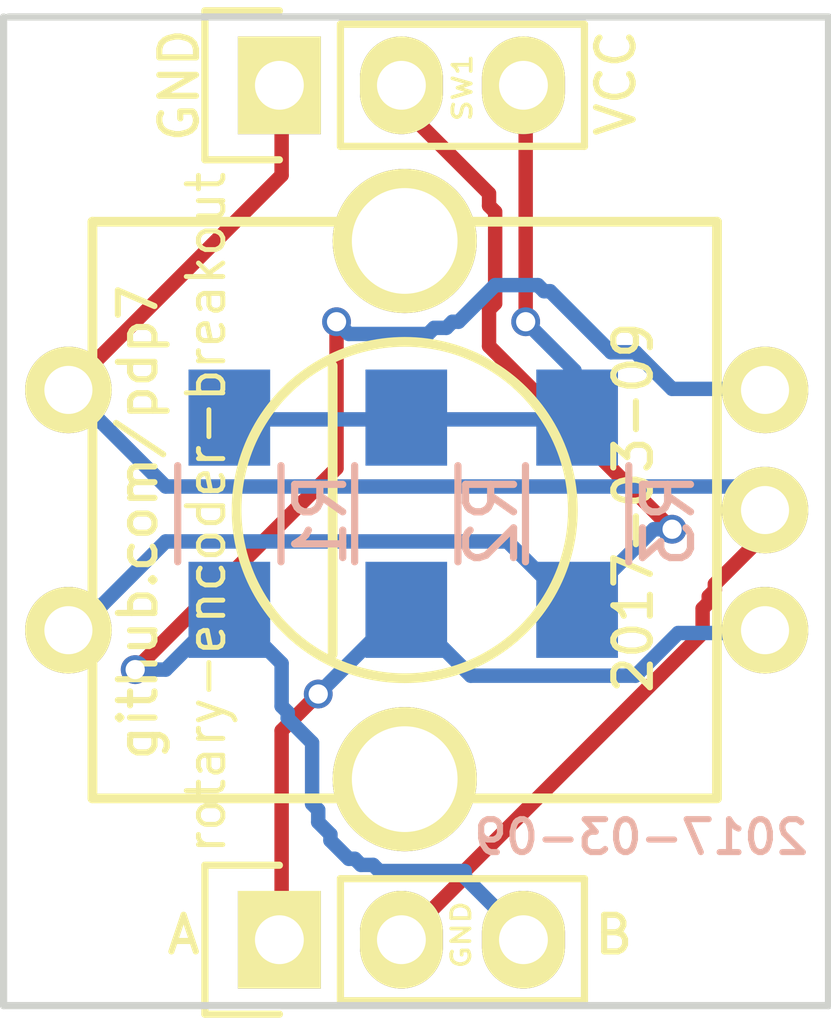
<source format=kicad_pcb>
(kicad_pcb (version 4) (host pcbnew 4.0.4-1.fc25-product)

  (general
    (links 12)
    (no_connects 0)
    (area 141.478 79.121 160.655 107.061)
    (thickness 1.6)
    (drawings 14)
    (tracks 106)
    (zones 0)
    (modules 6)
    (nets 6)
  )

  (page A4)
  (layers
    (0 F.Cu signal)
    (31 B.Cu signal)
    (32 B.Adhes user hide)
    (33 F.Adhes user hide)
    (34 B.Paste user hide)
    (35 F.Paste user hide)
    (36 B.SilkS user)
    (37 F.SilkS user)
    (38 B.Mask user)
    (39 F.Mask user)
    (40 Dwgs.User user hide)
    (41 Cmts.User user hide)
    (42 Eco1.User user hide)
    (43 Eco2.User user hide)
    (44 Edge.Cuts user)
    (45 Margin user hide)
    (46 B.CrtYd user hide)
    (47 F.CrtYd user hide)
    (48 B.Fab user hide)
    (49 F.Fab user hide)
  )

  (setup
    (last_trace_width 0.3)
    (trace_clearance 0.2)
    (zone_clearance 0.508)
    (zone_45_only no)
    (trace_min 0.2032)
    (segment_width 0.2)
    (edge_width 0.15)
    (via_size 0.6)
    (via_drill 0.4)
    (via_min_size 0.381)
    (via_min_drill 0.2794)
    (uvia_size 0.3)
    (uvia_drill 0.1)
    (uvias_allowed no)
    (uvia_min_size 0)
    (uvia_min_drill 0)
    (pcb_text_width 0.3)
    (pcb_text_size 1.5 1.5)
    (mod_edge_width 0.15)
    (mod_text_size 1 1)
    (mod_text_width 0.15)
    (pad_size 1.524 1.524)
    (pad_drill 0.762)
    (pad_to_mask_clearance 0.2)
    (aux_axis_origin 0 0)
    (grid_origin 186.11 112.58)
    (visible_elements FFFEFF7F)
    (pcbplotparams
      (layerselection 0x00030_80000001)
      (usegerberextensions false)
      (excludeedgelayer true)
      (linewidth 0.100000)
      (plotframeref false)
      (viasonmask false)
      (mode 1)
      (useauxorigin false)
      (hpglpennumber 1)
      (hpglpenspeed 20)
      (hpglpendiameter 15)
      (hpglpenoverlay 2)
      (psnegative false)
      (psa4output false)
      (plotreference true)
      (plotvalue true)
      (plotinvisibletext false)
      (padsonsilk false)
      (subtractmaskfromsilk false)
      (outputformat 1)
      (mirror false)
      (drillshape 1)
      (scaleselection 1)
      (outputdirectory ""))
  )

  (net 0 "")
  (net 1 "Net-(P5-Pad1)")
  (net 2 "Net-(P5-Pad3)")
  (net 3 "Net-(P1-Pad1)")
  (net 4 "Net-(P1-Pad2)")
  (net 5 /VCC)

  (net_class Default "This is the default net class."
    (clearance 0.2)
    (trace_width 0.3)
    (via_dia 0.6)
    (via_drill 0.4)
    (uvia_dia 0.3)
    (uvia_drill 0.1)
    (add_net /VCC)
    (add_net "Net-(P1-Pad1)")
    (add_net "Net-(P1-Pad2)")
    (add_net "Net-(P5-Pad1)")
    (add_net "Net-(P5-Pad3)")
  )

  (module Pin_Headers:Pin_Header_Straight_1x03 (layer F.Cu) (tedit 58C2088E) (tstamp 58C20635)
    (at 147.6544 84.2336 90)
    (descr "Through hole pin header")
    (tags "pin header")
    (path /58C20594)
    (fp_text reference P1 (at 0 -5.1 90) (layer F.SilkS) hide
      (effects (font (size 1 1) (thickness 0.15)))
    )
    (fp_text value CONN_01X03 (at 0 -3.1 90) (layer F.Fab)
      (effects (font (size 1 1) (thickness 0.15)))
    )
    (fp_line (start -1.75 -1.75) (end -1.75 6.85) (layer F.CrtYd) (width 0.05))
    (fp_line (start 1.75 -1.75) (end 1.75 6.85) (layer F.CrtYd) (width 0.05))
    (fp_line (start -1.75 -1.75) (end 1.75 -1.75) (layer F.CrtYd) (width 0.05))
    (fp_line (start -1.75 6.85) (end 1.75 6.85) (layer F.CrtYd) (width 0.05))
    (fp_line (start -1.27 1.27) (end -1.27 6.35) (layer F.SilkS) (width 0.15))
    (fp_line (start -1.27 6.35) (end 1.27 6.35) (layer F.SilkS) (width 0.15))
    (fp_line (start 1.27 6.35) (end 1.27 1.27) (layer F.SilkS) (width 0.15))
    (fp_line (start 1.55 -1.55) (end 1.55 0) (layer F.SilkS) (width 0.15))
    (fp_line (start 1.27 1.27) (end -1.27 1.27) (layer F.SilkS) (width 0.15))
    (fp_line (start -1.55 0) (end -1.55 -1.55) (layer F.SilkS) (width 0.15))
    (fp_line (start -1.55 -1.55) (end 1.55 -1.55) (layer F.SilkS) (width 0.15))
    (pad 1 thru_hole rect (at 0 0 90) (size 2.032 1.7272) (drill 1.016) (layers *.Cu *.Mask F.SilkS)
      (net 3 "Net-(P1-Pad1)"))
    (pad 2 thru_hole oval (at 0 2.54 90) (size 2.032 1.7272) (drill 1.016) (layers *.Cu *.Mask F.SilkS)
      (net 4 "Net-(P1-Pad2)"))
    (pad 3 thru_hole oval (at 0 5.08 90) (size 2.032 1.7272) (drill 1.016) (layers *.Cu *.Mask F.SilkS)
      (net 5 /VCC))
    (model Pin_Headers.3dshapes/Pin_Header_Straight_1x03.wrl
      (at (xyz 0 -0.1 0))
      (scale (xyz 1 1 1))
      (rotate (xyz 0 0 90))
    )
  )

  (module Pin_Headers:Pin_Header_Straight_1x03 (layer F.Cu) (tedit 58C20896) (tstamp 58C2063C)
    (at 147.6544 102.0136 90)
    (descr "Through hole pin header")
    (tags "pin header")
    (path /587E787E)
    (fp_text reference P5 (at 0 -5.1 90) (layer F.SilkS) hide
      (effects (font (size 1 1) (thickness 0.15)))
    )
    (fp_text value CONN_01X03 (at 0 -3.1 90) (layer F.Fab)
      (effects (font (size 1 1) (thickness 0.15)))
    )
    (fp_line (start -1.75 -1.75) (end -1.75 6.85) (layer F.CrtYd) (width 0.05))
    (fp_line (start 1.75 -1.75) (end 1.75 6.85) (layer F.CrtYd) (width 0.05))
    (fp_line (start -1.75 -1.75) (end 1.75 -1.75) (layer F.CrtYd) (width 0.05))
    (fp_line (start -1.75 6.85) (end 1.75 6.85) (layer F.CrtYd) (width 0.05))
    (fp_line (start -1.27 1.27) (end -1.27 6.35) (layer F.SilkS) (width 0.15))
    (fp_line (start -1.27 6.35) (end 1.27 6.35) (layer F.SilkS) (width 0.15))
    (fp_line (start 1.27 6.35) (end 1.27 1.27) (layer F.SilkS) (width 0.15))
    (fp_line (start 1.55 -1.55) (end 1.55 0) (layer F.SilkS) (width 0.15))
    (fp_line (start 1.27 1.27) (end -1.27 1.27) (layer F.SilkS) (width 0.15))
    (fp_line (start -1.55 0) (end -1.55 -1.55) (layer F.SilkS) (width 0.15))
    (fp_line (start -1.55 -1.55) (end 1.55 -1.55) (layer F.SilkS) (width 0.15))
    (pad 1 thru_hole rect (at 0 0 90) (size 2.032 1.7272) (drill 1.016) (layers *.Cu *.Mask F.SilkS)
      (net 1 "Net-(P5-Pad1)"))
    (pad 2 thru_hole oval (at 0 2.54 90) (size 2.032 1.7272) (drill 1.016) (layers *.Cu *.Mask F.SilkS)
      (net 3 "Net-(P1-Pad1)"))
    (pad 3 thru_hole oval (at 0 5.08 90) (size 2.032 1.7272) (drill 1.016) (layers *.Cu *.Mask F.SilkS)
      (net 2 "Net-(P5-Pad3)"))
    (model Pin_Headers.3dshapes/Pin_Header_Straight_1x03.wrl
      (at (xyz 0 -0.1 0))
      (scale (xyz 1 1 1))
      (rotate (xyz 0 0 90))
    )
  )

  (module Resistors_SMD:R_1206_HandSoldering (layer B.Cu) (tedit 58C20A6E) (tstamp 58C20642)
    (at 146.613 93.149 90)
    (descr "Resistor SMD 1206, hand soldering")
    (tags "resistor 1206")
    (path /58C20278)
    (attr smd)
    (fp_text reference R1 (at -0.127 1.905 90) (layer B.SilkS)
      (effects (font (size 1 1) (thickness 0.15)) (justify mirror))
    )
    (fp_text value R (at 0 -2.3 90) (layer B.Fab)
      (effects (font (size 1 1) (thickness 0.15)) (justify mirror))
    )
    (fp_line (start -3.3 1.2) (end 3.3 1.2) (layer B.CrtYd) (width 0.05))
    (fp_line (start -3.3 -1.2) (end 3.3 -1.2) (layer B.CrtYd) (width 0.05))
    (fp_line (start -3.3 1.2) (end -3.3 -1.2) (layer B.CrtYd) (width 0.05))
    (fp_line (start 3.3 1.2) (end 3.3 -1.2) (layer B.CrtYd) (width 0.05))
    (fp_line (start 1 -1.075) (end -1 -1.075) (layer B.SilkS) (width 0.15))
    (fp_line (start -1 1.075) (end 1 1.075) (layer B.SilkS) (width 0.15))
    (pad 1 smd rect (at -2 0 90) (size 2 1.7) (layers B.Cu B.Paste B.Mask)
      (net 2 "Net-(P5-Pad3)"))
    (pad 2 smd rect (at 2 0 90) (size 2 1.7) (layers B.Cu B.Paste B.Mask)
      (net 5 /VCC))
    (model Resistors_SMD.3dshapes/R_1206_HandSoldering.wrl
      (at (xyz 0 0 0))
      (scale (xyz 1 1 1))
      (rotate (xyz 0 0 0))
    )
  )

  (module Resistors_SMD:R_1206_HandSoldering (layer B.Cu) (tedit 58C20A7C) (tstamp 58C20648)
    (at 150.296 93.149 90)
    (descr "Resistor SMD 1206, hand soldering")
    (tags "resistor 1206")
    (path /58C203BF)
    (attr smd)
    (fp_text reference R2 (at -0.127 1.778 90) (layer B.SilkS)
      (effects (font (size 1 1) (thickness 0.15)) (justify mirror))
    )
    (fp_text value R (at 0 -2.3 90) (layer B.Fab)
      (effects (font (size 1 1) (thickness 0.15)) (justify mirror))
    )
    (fp_line (start -3.3 1.2) (end 3.3 1.2) (layer B.CrtYd) (width 0.05))
    (fp_line (start -3.3 -1.2) (end 3.3 -1.2) (layer B.CrtYd) (width 0.05))
    (fp_line (start -3.3 1.2) (end -3.3 -1.2) (layer B.CrtYd) (width 0.05))
    (fp_line (start 3.3 1.2) (end 3.3 -1.2) (layer B.CrtYd) (width 0.05))
    (fp_line (start 1 -1.075) (end -1 -1.075) (layer B.SilkS) (width 0.15))
    (fp_line (start -1 1.075) (end 1 1.075) (layer B.SilkS) (width 0.15))
    (pad 1 smd rect (at -2 0 90) (size 2 1.7) (layers B.Cu B.Paste B.Mask)
      (net 1 "Net-(P5-Pad1)"))
    (pad 2 smd rect (at 2 0 90) (size 2 1.7) (layers B.Cu B.Paste B.Mask)
      (net 5 /VCC))
    (model Resistors_SMD.3dshapes/R_1206_HandSoldering.wrl
      (at (xyz 0 0 0))
      (scale (xyz 1 1 1))
      (rotate (xyz 0 0 0))
    )
  )

  (module Resistors_SMD:R_1206_HandSoldering (layer B.Cu) (tedit 58C20A8C) (tstamp 58C2064E)
    (at 153.852 93.149 90)
    (descr "Resistor SMD 1206, hand soldering")
    (tags "resistor 1206")
    (path /58C207B9)
    (attr smd)
    (fp_text reference R3 (at -0.127 1.905 90) (layer B.SilkS)
      (effects (font (size 1 1) (thickness 0.15)) (justify mirror))
    )
    (fp_text value R (at 0 -2.3 90) (layer B.Fab)
      (effects (font (size 1 1) (thickness 0.15)) (justify mirror))
    )
    (fp_line (start -3.3 1.2) (end 3.3 1.2) (layer B.CrtYd) (width 0.05))
    (fp_line (start -3.3 -1.2) (end 3.3 -1.2) (layer B.CrtYd) (width 0.05))
    (fp_line (start -3.3 1.2) (end -3.3 -1.2) (layer B.CrtYd) (width 0.05))
    (fp_line (start 3.3 1.2) (end 3.3 -1.2) (layer B.CrtYd) (width 0.05))
    (fp_line (start 1 -1.075) (end -1 -1.075) (layer B.SilkS) (width 0.15))
    (fp_line (start -1 1.075) (end 1 1.075) (layer B.SilkS) (width 0.15))
    (pad 1 smd rect (at -2 0 90) (size 2 1.7) (layers B.Cu B.Paste B.Mask)
      (net 4 "Net-(P1-Pad2)"))
    (pad 2 smd rect (at 2 0 90) (size 2 1.7) (layers B.Cu B.Paste B.Mask)
      (net 5 /VCC))
    (model Resistors_SMD.3dshapes/R_1206_HandSoldering.wrl
      (at (xyz 0 0 0))
      (scale (xyz 1 1 1))
      (rotate (xyz 0 0 0))
    )
  )

  (module sparkfun:SF-ROTARY-ENCODER (layer F.Cu) (tedit 58C20886) (tstamp 58C20659)
    (at 150.26302 93.07274 90)
    (path /589178C2)
    (fp_text reference ROT1 (at 0 9.5 90) (layer F.SilkS) hide
      (effects (font (size 0.762 0.762) (thickness 0.1524)))
    )
    (fp_text value ROTARY-ENCODER (at 0 0 90) (layer F.SilkS) hide
      (effects (font (size 0.762 0.762) (thickness 0.1524)))
    )
    (fp_line (start 3 -1.5) (end -3 -1.5) (layer F.SilkS) (width 0.2032))
    (fp_circle (center 0 0) (end 3.5 0) (layer F.SilkS) (width 0.2032))
    (fp_line (start 6 6.5) (end -6 6.5) (layer F.SilkS) (width 0.2032))
    (fp_line (start -6 6.5) (end -6 -6.5) (layer F.SilkS) (width 0.2032))
    (fp_line (start -6 -6.5) (end 6 -6.5) (layer F.SilkS) (width 0.2032))
    (fp_line (start 6 -6.5) (end 6 6.5) (layer F.SilkS) (width 0.2032))
    (pad 1 thru_hole circle (at -2.5 -7 90) (size 1.8 1.8) (drill 1) (layers *.Cu *.Mask F.SilkS)
      (net 4 "Net-(P1-Pad2)"))
    (pad 2 thru_hole circle (at -2.5 7.5 90) (size 1.8 1.8) (drill 1) (layers *.Cu *.Mask F.SilkS)
      (net 1 "Net-(P5-Pad1)"))
    (pad 3 thru_hole circle (at 0 7.5 90) (size 1.8 1.8) (drill 1) (layers *.Cu *.Mask F.SilkS)
      (net 3 "Net-(P1-Pad1)"))
    (pad 4 thru_hole circle (at 2.5 7.5 90) (size 1.8 1.8) (drill 1) (layers *.Cu *.Mask F.SilkS)
      (net 2 "Net-(P5-Pad3)"))
    (pad 5 thru_hole circle (at 2.5 -7 90) (size 1.8 1.8) (drill 1) (layers *.Cu *.Mask F.SilkS)
      (net 3 "Net-(P1-Pad1)"))
    (pad "" thru_hole circle (at 5.6 0 90) (size 3 3) (drill 2.2) (layers *.Cu *.Mask F.SilkS))
    (pad "" thru_hole circle (at -5.6 0 90) (size 3 3) (drill 2.2) (layers *.Cu *.Mask F.SilkS))
  )

  (gr_text "2017-03-09\n" (at 155.0204 93.022 90) (layer F.SilkS)
    (effects (font (size 0.762 0.762) (thickness 0.127)))
  )
  (gr_text "SW1\n" (at 151.4644 84.2844 90) (layer F.SilkS)
    (effects (font (size 0.381 0.4572) (thickness 0.0762)))
  )
  (gr_text "VCC\n\n" (at 155.2744 84.1828 90) (layer F.SilkS)
    (effects (font (size 0.762 0.762) (thickness 0.127)))
  )
  (gr_text "GND\n" (at 145.5716 84.2336 90) (layer F.SilkS)
    (effects (font (size 0.762 0.762) (thickness 0.127)))
  )
  (gr_line (start 141.914 103.3852) (end 141.914 82.8112) (angle 90) (layer Edge.Cuts) (width 0.15))
  (gr_line (start 159.0844 103.3852) (end 141.914 103.3852) (angle 90) (layer Edge.Cuts) (width 0.15))
  (gr_line (start 159.0844 82.8112) (end 159.0844 103.3852) (angle 90) (layer Edge.Cuts) (width 0.15))
  (gr_line (start 142.0156 82.8112) (end 159.0844 82.8112) (angle 90) (layer Edge.Cuts) (width 0.15))
  (gr_text "2017-03-09\n" (at 155.1855 99.88) (layer B.SilkS)
    (effects (font (size 0.6858 0.6858) (thickness 0.127)) (justify mirror))
  )
  (gr_text "github.com/pdp7\n" (at 144.708 93.3268 90) (layer F.SilkS)
    (effects (font (size 0.762 0.762) (thickness 0.127)))
  )
  (gr_text GND (at 151.439 101.912 90) (layer F.SilkS)
    (effects (font (size 0.381 0.4572) (thickness 0.0762)))
  )
  (gr_text B (at 154.614 101.912) (layer F.SilkS) (tstamp 58917CC2)
    (effects (font (size 0.762 0.762) (thickness 0.127)))
  )
  (gr_text "A\n" (at 145.6605 101.912) (layer F.SilkS)
    (effects (font (size 0.762 0.762) (thickness 0.127)))
  )
  (gr_text rotary-encoder-breakout (at 146.1304 93.1236 90) (layer F.SilkS)
    (effects (font (size 0.762 0.7366) (thickness 0.1016)))
  )

  (segment (start 150.296 95.149) (end 150.241 95.123) (width 0.3) (layer B.Cu) (net 1) (status 80000))
  (segment (start 150.241 95.123) (end 148.463 96.901) (width 0.3) (layer B.Cu) (net 1) (status 80000))
  (via (at 148.463 96.901) (size 0.6) (layers F.Cu B.Cu) (net 1) (status 80000))
  (segment (start 148.463 96.901) (end 147.701 97.663) (width 0.3) (layer F.Cu) (net 1) (status 80000))
  (segment (start 147.701 97.663) (end 147.701 101.981) (width 0.3) (layer F.Cu) (net 1) (status 80000))
  (segment (start 147.701 101.981) (end 147.6544 102.0136) (width 0.3) (layer F.Cu) (net 1) (tstamp 58C21E09) (status 80000))
  (segment (start 150.296 95.149) (end 150.241 95.123) (width 0.3) (layer B.Cu) (net 1) (status 80000))
  (segment (start 150.241 95.123) (end 151.638 96.52) (width 0.3) (layer B.Cu) (net 1) (status 80000))
  (segment (start 151.638 96.52) (end 155.067 96.52) (width 0.3) (layer B.Cu) (net 1) (status 80000))
  (segment (start 155.067 96.52) (end 155.956 95.631) (width 0.3) (layer B.Cu) (net 1) (status 80000))
  (segment (start 155.956 95.631) (end 157.734 95.631) (width 0.3) (layer B.Cu) (net 1) (status 80000))
  (segment (start 157.734 95.631) (end 157.76302 95.57274) (width 0.3) (layer B.Cu) (net 1) (tstamp 58C21E06) (status 80000))
  (segment (start 152.7344 102.0136) (end 152.781 101.981) (width 0.3) (layer B.Cu) (net 2) (status 80000))
  (segment (start 152.781 101.981) (end 151.511 100.711) (width 0.3) (layer B.Cu) (net 2) (status 80000))
  (segment (start 151.511 100.711) (end 151.511 100.584) (width 0.3) (layer B.Cu) (net 2) (status 80000))
  (segment (start 151.511 100.584) (end 149.733 100.584) (width 0.3) (layer B.Cu) (net 2) (status 80000))
  (segment (start 149.733 100.584) (end 149.606 100.457) (width 0.3) (layer B.Cu) (net 2) (status 80000))
  (segment (start 149.606 100.457) (end 149.352 100.457) (width 0.3) (layer B.Cu) (net 2) (status 80000))
  (segment (start 149.352 100.457) (end 149.225 100.33) (width 0.3) (layer B.Cu) (net 2) (status 80000))
  (segment (start 149.225 100.33) (end 149.098 100.33) (width 0.3) (layer B.Cu) (net 2) (status 80000))
  (segment (start 149.098 100.33) (end 148.717 99.949) (width 0.3) (layer B.Cu) (net 2) (status 80000))
  (segment (start 148.717 99.949) (end 148.717 99.822) (width 0.3) (layer B.Cu) (net 2) (status 80000))
  (segment (start 148.717 99.822) (end 148.463 99.568) (width 0.3) (layer B.Cu) (net 2) (status 80000))
  (segment (start 148.463 99.568) (end 148.463 99.314) (width 0.3) (layer B.Cu) (net 2) (status 80000))
  (segment (start 148.463 99.314) (end 148.336 99.187) (width 0.3) (layer B.Cu) (net 2) (status 80000))
  (segment (start 148.336 99.187) (end 148.336 97.917) (width 0.3) (layer B.Cu) (net 2) (status 80000))
  (segment (start 148.336 97.917) (end 147.828 97.409) (width 0.3) (layer B.Cu) (net 2) (status 80000))
  (segment (start 147.828 97.409) (end 147.828 97.282) (width 0.3) (layer B.Cu) (net 2) (status 80000))
  (segment (start 147.828 97.282) (end 147.701 97.155) (width 0.3) (layer B.Cu) (net 2) (status 80000))
  (segment (start 147.701 97.155) (end 147.701 96.266) (width 0.3) (layer B.Cu) (net 2) (status 80000))
  (segment (start 147.701 96.266) (end 146.558 95.123) (width 0.3) (layer B.Cu) (net 2) (status 80000))
  (segment (start 146.558 95.123) (end 146.613 95.149) (width 0.3) (layer B.Cu) (net 2) (tstamp 58C21E0E) (status 80000))
  (segment (start 146.613 95.149) (end 146.558 95.123) (width 0.3) (layer B.Cu) (net 2) (status 80000))
  (segment (start 146.558 95.123) (end 145.288 96.393) (width 0.3) (layer B.Cu) (net 2) (status 80000))
  (segment (start 145.288 96.393) (end 144.653 96.393) (width 0.3) (layer B.Cu) (net 2) (status 80000))
  (via (at 144.653 96.393) (size 0.6) (layers F.Cu B.Cu) (net 2) (status 80000))
  (segment (start 144.653 96.393) (end 148.844 92.202) (width 0.3) (layer F.Cu) (net 2) (status 80000))
  (segment (start 148.844 92.202) (end 148.844 89.154) (width 0.3) (layer F.Cu) (net 2) (status 80000))
  (via (at 148.844 89.154) (size 0.6) (layers F.Cu B.Cu) (net 2) (status 80000))
  (segment (start 148.844 89.154) (end 149.098 89.408) (width 0.3) (layer B.Cu) (net 2) (status 80000))
  (segment (start 149.098 89.408) (end 150.749 89.408) (width 0.3) (layer B.Cu) (net 2) (status 80000))
  (segment (start 150.749 89.408) (end 150.876 89.281) (width 0.3) (layer B.Cu) (net 2) (status 80000))
  (segment (start 150.876 89.281) (end 151.13 89.281) (width 0.3) (layer B.Cu) (net 2) (status 80000))
  (segment (start 151.13 89.281) (end 151.257 89.154) (width 0.3) (layer B.Cu) (net 2) (status 80000))
  (segment (start 151.257 89.154) (end 151.384 89.154) (width 0.3) (layer B.Cu) (net 2) (status 80000))
  (segment (start 151.384 89.154) (end 152.146 88.392) (width 0.3) (layer B.Cu) (net 2) (status 80000))
  (segment (start 152.146 88.392) (end 153.035 88.392) (width 0.3) (layer B.Cu) (net 2) (status 80000))
  (segment (start 153.035 88.392) (end 153.162 88.519) (width 0.3) (layer B.Cu) (net 2) (status 80000))
  (segment (start 153.162 88.519) (end 153.289 88.519) (width 0.3) (layer B.Cu) (net 2) (status 80000))
  (segment (start 153.289 88.519) (end 154.559 89.789) (width 0.3) (layer B.Cu) (net 2) (status 80000))
  (segment (start 154.559 89.789) (end 155.067 89.789) (width 0.3) (layer B.Cu) (net 2) (status 80000))
  (segment (start 155.067 89.789) (end 155.829 90.551) (width 0.3) (layer B.Cu) (net 2) (status 80000))
  (segment (start 155.829 90.551) (end 157.734 90.551) (width 0.3) (layer B.Cu) (net 2) (status 80000))
  (segment (start 157.734 90.551) (end 157.76302 90.57274) (width 0.3) (layer B.Cu) (net 2) (tstamp 58C21E0D) (status 80000))
  (segment (start 150.1944 102.0136) (end 150.241 101.981) (width 0.3) (layer F.Cu) (net 3) (status 80000))
  (segment (start 150.241 101.981) (end 151.511 100.711) (width 0.3) (layer F.Cu) (net 3) (status 80000))
  (segment (start 151.511 100.711) (end 151.511 100.584) (width 0.3) (layer F.Cu) (net 3) (status 80000))
  (segment (start 151.511 100.584) (end 156.464 95.631) (width 0.3) (layer F.Cu) (net 3) (status 80000))
  (segment (start 156.464 95.631) (end 156.464 95.123) (width 0.3) (layer F.Cu) (net 3) (status 80000))
  (segment (start 156.464 95.123) (end 156.591 94.996) (width 0.3) (layer F.Cu) (net 3) (status 80000))
  (segment (start 156.591 94.996) (end 156.591 94.869) (width 0.3) (layer F.Cu) (net 3) (status 80000))
  (segment (start 156.591 94.869) (end 156.718 94.742) (width 0.3) (layer F.Cu) (net 3) (status 80000))
  (segment (start 156.718 94.742) (end 156.718 94.615) (width 0.3) (layer F.Cu) (net 3) (status 80000))
  (segment (start 156.718 94.615) (end 157.734 93.599) (width 0.3) (layer F.Cu) (net 3) (status 80000))
  (segment (start 157.734 93.599) (end 157.734 93.091) (width 0.3) (layer F.Cu) (net 3) (status 80000))
  (segment (start 157.734 93.091) (end 157.76302 93.07274) (width 0.3) (layer F.Cu) (net 3) (tstamp 58C21E0F) (status 80000))
  (segment (start 143.26302 90.57274) (end 143.256 90.551) (width 0.3) (layer F.Cu) (net 3) (status 80000))
  (segment (start 143.256 90.551) (end 147.701 86.106) (width 0.3) (layer F.Cu) (net 3) (status 80000))
  (segment (start 147.701 86.106) (end 147.701 84.201) (width 0.3) (layer F.Cu) (net 3) (status 80000))
  (segment (start 147.701 84.201) (end 147.6544 84.2336) (width 0.3) (layer F.Cu) (net 3) (tstamp 58C21E0C) (status 80000))
  (segment (start 157.76302 93.07274) (end 157.734 93.091) (width 0.3) (layer B.Cu) (net 3) (status 80000))
  (segment (start 157.734 93.091) (end 157.226 92.583) (width 0.3) (layer B.Cu) (net 3) (status 80000))
  (segment (start 157.226 92.583) (end 145.288 92.583) (width 0.3) (layer B.Cu) (net 3) (status 80000))
  (segment (start 145.288 92.583) (end 143.256 90.551) (width 0.3) (layer B.Cu) (net 3) (status 80000))
  (segment (start 143.256 90.551) (end 143.26302 90.57274) (width 0.3) (layer B.Cu) (net 3) (tstamp 58C21E0A) (status 80000))
  (segment (start 153.852 95.149) (end 153.797 95.123) (width 0.3) (layer B.Cu) (net 4) (status 80000))
  (segment (start 153.797 95.123) (end 155.448 93.472) (width 0.3) (layer B.Cu) (net 4) (status 80000))
  (segment (start 155.448 93.472) (end 155.829 93.472) (width 0.3) (layer B.Cu) (net 4) (status 80000))
  (via (at 155.829 93.472) (size 0.6) (layers F.Cu B.Cu) (net 4) (status 80000))
  (segment (start 155.829 93.472) (end 152.019 89.662) (width 0.3) (layer F.Cu) (net 4) (status 80000))
  (segment (start 152.019 89.662) (end 152.019 88.9) (width 0.3) (layer F.Cu) (net 4) (status 80000))
  (segment (start 152.019 88.9) (end 152.146 88.773) (width 0.3) (layer F.Cu) (net 4) (status 80000))
  (segment (start 152.146 88.773) (end 152.146 86.868) (width 0.3) (layer F.Cu) (net 4) (status 80000))
  (segment (start 152.146 86.868) (end 152.019 86.741) (width 0.3) (layer F.Cu) (net 4) (status 80000))
  (segment (start 152.019 86.741) (end 152.019 86.487) (width 0.3) (layer F.Cu) (net 4) (status 80000))
  (segment (start 152.019 86.487) (end 150.241 84.709) (width 0.3) (layer F.Cu) (net 4) (status 80000))
  (segment (start 150.241 84.709) (end 150.241 84.201) (width 0.3) (layer F.Cu) (net 4) (status 80000))
  (segment (start 150.241 84.201) (end 150.1944 84.2336) (width 0.3) (layer F.Cu) (net 4) (tstamp 58C21E0B) (status 80000))
  (segment (start 153.852 95.149) (end 153.797 95.123) (width 0.3) (layer B.Cu) (net 4) (status 80000))
  (segment (start 153.797 95.123) (end 152.4 93.726) (width 0.3) (layer B.Cu) (net 4) (status 80000))
  (segment (start 152.4 93.726) (end 145.288 93.726) (width 0.3) (layer B.Cu) (net 4) (status 80000))
  (segment (start 145.288 93.726) (end 143.383 95.631) (width 0.3) (layer B.Cu) (net 4) (status 80000))
  (segment (start 143.383 95.631) (end 143.256 95.631) (width 0.3) (layer B.Cu) (net 4) (status 80000))
  (segment (start 143.256 95.631) (end 143.26302 95.57274) (width 0.3) (layer B.Cu) (net 4) (tstamp 58C21E08) (status 80000))
  (segment (start 153.852 91.149) (end 153.797 91.186) (width 0.3) (layer B.Cu) (net 5) (status 80000))
  (segment (start 153.797 91.186) (end 153.797 90.17) (width 0.3) (layer B.Cu) (net 5) (status 80000))
  (segment (start 153.797 90.17) (end 152.781 89.154) (width 0.3) (layer B.Cu) (net 5) (status 80000))
  (via (at 152.781 89.154) (size 0.6) (layers F.Cu B.Cu) (net 5) (status 80000))
  (segment (start 152.781 89.154) (end 152.781 84.201) (width 0.3) (layer F.Cu) (net 5) (status 80000))
  (segment (start 152.781 84.201) (end 152.7344 84.2336) (width 0.3) (layer F.Cu) (net 5) (tstamp 58C21E07) (status 80000))
  (segment (start 150.296 91.149) (end 150.241 91.186) (width 0.3) (layer B.Cu) (net 5) (status 80000))
  (segment (start 150.241 91.186) (end 146.558 91.186) (width 0.3) (layer B.Cu) (net 5) (status 80000))
  (segment (start 146.558 91.186) (end 146.613 91.149) (width 0.3) (layer B.Cu) (net 5) (tstamp 58C21E05) (status 80000))
  (segment (start 150.296 91.149) (end 150.241 91.186) (width 0.3) (layer B.Cu) (net 5) (status 80000))
  (segment (start 150.241 91.186) (end 153.797 91.186) (width 0.3) (layer B.Cu) (net 5) (status 80000))
  (segment (start 153.797 91.186) (end 153.852 91.149) (width 0.3) (layer B.Cu) (net 5) (tstamp 58C21E04) (status 80000))

)

</source>
